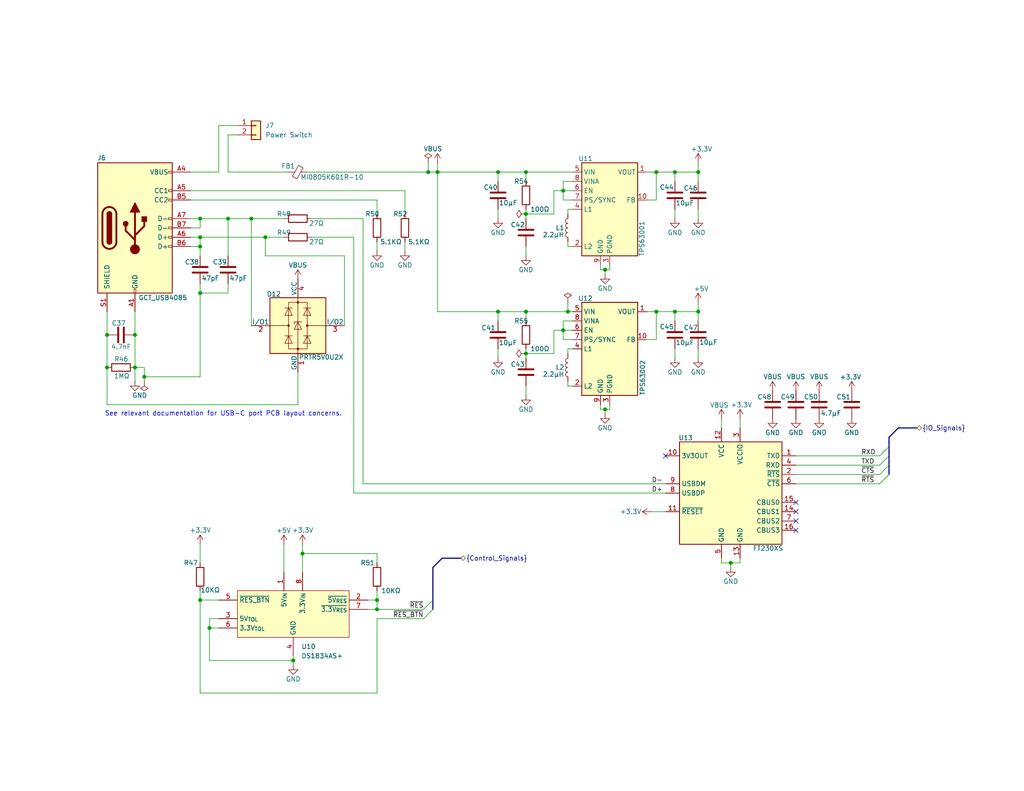
<source format=kicad_sch>
(kicad_sch (version 20231120) (generator "eeschema") (generator_version "8.0")
  (paper "USLetter")
  (lib_symbols
    (symbol "Connector:USB_C_Receptacle_USB2.0_14P" (pin_names (offset 1.016))
      (property "Reference" "J" (at 0 22.225 0))
      (property "Value" "USB_C_Receptacle_USB2.0_14P" (at 0 19.685 0))
      (symbol "USB_C_Receptacle_USB2.0_14P_0_0"
        (rectangle (start -0.254 -17.78) (end 0.254 -16.764))
        (rectangle (start 10.16 -4.826) (end 9.144 -5.334))
        (rectangle (start 10.16 -2.286) (end 9.144 -2.794))
        (rectangle (start 10.16 0.254) (end 9.144 -0.254))
        (rectangle (start 10.16 2.794) (end 9.144 2.286))
        (rectangle (start 10.16 7.874) (end 9.144 7.366))
        (rectangle (start 10.16 10.414) (end 9.144 9.906))
        (rectangle (start 10.16 15.494) (end 9.144 14.986))
      )
      (symbol "USB_C_Receptacle_USB2.0_14P_0_1"
        (rectangle (start -10.16 17.78) (end 10.16 -17.78) (stroke (width 0.254)) (fill (type background)))
        (arc (start -8.89 -3.81) (mid -6.985 -5.7067) (end -5.08 -3.81) (stroke (width 0.508)))
        (arc (start -7.62 -3.81) (mid -6.985 -4.4423) (end -6.35 -3.81) (stroke (width 0.254)))
        (arc (start -7.62 -3.81) (mid -6.985 -4.4423) (end -6.35 -3.81) (stroke (width 0.254)) (fill (type outline)))
        (rectangle (start -7.62 -3.81) (end -6.35 3.81) (stroke (width 0.254)) (fill (type outline)))
        (arc (start -6.35 3.81) (mid -6.985 4.4423) (end -7.62 3.81) (stroke (width 0.254)))
        (arc (start -6.35 3.81) (mid -6.985 4.4423) (end -7.62 3.81) (stroke (width 0.254)) (fill (type outline)))
        (arc (start -5.08 3.81) (mid -6.985 5.7067) (end -8.89 3.81) (stroke (width 0.508)))
        (circle (center -2.54 1.143) (radius 0.635) (stroke (width 0.254)) (fill (type outline)))
        (circle (center 0 -5.842) (radius 1.27) (fill (type outline)))
        (polyline (pts (xy -8.89 -3.81) (xy -8.89 3.81)) (stroke (width 0.508)))
        (polyline (pts (xy -5.08 3.81) (xy -5.08 -3.81)) (stroke (width 0.508)))
        (polyline (pts (xy 0 -5.842) (xy 0 4.318)) (stroke (width 0.508)))
        (polyline (pts (xy 0 -3.302) (xy -2.54 -0.762) (xy -2.54 0.508)) (stroke (width 0.508)))
        (polyline (pts (xy 0 -2.032) (xy 2.54 0.508) (xy 2.54 1.778)) (stroke (width 0.508)))
        (polyline (pts (xy -1.27 4.318) (xy 0 6.858) (xy 1.27 4.318) (xy -1.27 4.318)) (stroke (width 0.254)) (fill (type outline)))
        (rectangle (start 1.905 1.778) (end 3.175 3.048) (stroke (width 0.254)) (fill (type outline)))
      )
      (symbol "USB_C_Receptacle_USB2.0_14P_1_1"
        (pin passive line (at 0 -22.86 90) (length 5.08) (name "GND") (number "A1"))
        (pin passive line (at 0 -22.86 90) (length 5.08) hide (name "GND") (number "A12"))
        (pin passive line (at 15.24 15.24 180) (length 5.08) (name "VBUS") (number "A4"))
        (pin bidirectional line (at 15.24 10.16 180) (length 5.08) (name "CC1") (number "A5"))
        (pin bidirectional line (at 15.24 -2.54 180) (length 5.08) (name "D+") (number "A6"))
        (pin bidirectional line (at 15.24 2.54 180) (length 5.08) (name "D-") (number "A7"))
        (pin passive line (at 15.24 15.24 180) (length 5.08) hide (name "VBUS") (number "A9"))
        (pin passive line (at 0 -22.86 90) (length 5.08) hide (name "GND") (number "B1"))
        (pin passive line (at 0 -22.86 90) (length 5.08) hide (name "GND") (number "B12"))
        (pin passive line (at 15.24 15.24 180) (length 5.08) hide (name "VBUS") (number "B4"))
        (pin bidirectional line (at 15.24 7.62 180) (length 5.08) (name "CC2") (number "B5"))
        (pin bidirectional line (at 15.24 -5.08 180) (length 5.08) (name "D+") (number "B6"))
        (pin bidirectional line (at 15.24 0 180) (length 5.08) (name "D-") (number "B7"))
        (pin passive line (at 15.24 15.24 180) (length 5.08) hide (name "VBUS") (number "B9"))
        (pin passive line (at -7.62 -22.86 90) (length 5.08) (name "SHIELD") (number "S1"))
      )
    )
    (symbol "Connector_Generic:Conn_01x02" (pin_names (offset 1.016) hide)
      (property "Reference" "J" (at 0 2.54 0))
      (property "Value" "Conn_01x02" (at 0 -5.08 0))
      (symbol "Conn_01x02_1_1"
        (rectangle (start -1.27 -2.413) (end 0 -2.667) (stroke (width 0.1524)))
        (rectangle (start -1.27 0.127) (end 0 -0.127) (stroke (width 0.1524)))
        (rectangle (start -1.27 1.27) (end 1.27 -3.81) (stroke (width 0.254)) (fill (type background)))
        (pin passive line (at -5.08 0 0) (length 3.81) (name "Pin_1") (number "1"))
        (pin passive line (at -5.08 -2.54 0) (length 3.81) (name "Pin_2") (number "2"))
      )
    )
    (symbol "Device:C" (pin_numbers hide) (pin_names (offset 0.254))
      (property "Reference" "C" (at 0.635 2.54 0))
      (property "Value" "C" (at 0.635 -2.54 0))
      (symbol "C_0_1"
        (polyline (pts (xy -2.032 -0.762) (xy 2.032 -0.762)) (stroke (width 0.508)))
        (polyline (pts (xy -2.032 0.762) (xy 2.032 0.762)) (stroke (width 0.508)))
      )
      (symbol "C_1_1"
        (pin passive line (at 0 3.81 270) (length 2.794) (name "~") (number "1"))
        (pin passive line (at 0 -3.81 90) (length 2.794) (name "~") (number "2"))
      )
    )
    (symbol "Device:FerriteBead_Small" (pin_numbers hide) (pin_names (offset 0))
      (property "Reference" "FB" (at 1.905 1.27 0))
      (property "Value" "FerriteBead_Small" (at 1.905 -1.27 0))
      (symbol "FerriteBead_Small_0_1"
        (polyline (pts (xy 0 -1.27) (xy 0 -0.7874)))
        (polyline (pts (xy 0 0.889) (xy 0 1.2954)))
        (polyline (pts (xy -1.8288 0.2794) (xy -1.1176 1.4986) (xy 1.8288 -0.2032) (xy 1.1176 -1.4224) (xy -1.8288 0.2794)))
      )
      (symbol "FerriteBead_Small_1_1"
        (pin passive line (at 0 2.54 270) (length 1.27) (name "~") (number "1"))
        (pin passive line (at 0 -2.54 90) (length 1.27) (name "~") (number "2"))
      )
    )
    (symbol "Device:L" (pin_numbers hide) (pin_names (offset 1.016) hide)
      (property "Reference" "L" (at -1.27 0 90))
      (property "Value" "L" (at 1.905 0 90))
      (symbol "L_0_1"
        (arc (start 0 -2.54) (mid 0.6323 -1.905) (end 0 -1.27))
        (arc (start 0 -1.27) (mid 0.6323 -0.635) (end 0 0))
        (arc (start 0 0) (mid 0.6323 0.635) (end 0 1.27))
        (arc (start 0 1.27) (mid 0.6323 1.905) (end 0 2.54))
      )
      (symbol "L_1_1"
        (pin passive line (at 0 3.81 270) (length 1.27) (name "1") (number "1"))
        (pin passive line (at 0 -3.81 90) (length 1.27) (name "2") (number "2"))
      )
    )
    (symbol "Device:R" (pin_numbers hide) (pin_names (offset 0))
      (property "Reference" "R" (at 2.032 0 90))
      (property "Value" "R" (at 0 0 90))
      (symbol "R_0_1"
        (rectangle (start -1.016 -2.54) (end 1.016 2.54) (stroke (width 0.254)))
      )
      (symbol "R_1_1"
        (pin passive line (at 0 3.81 270) (length 1.27) (name "~") (number "1"))
        (pin passive line (at 0 -3.81 90) (length 1.27) (name "~") (number "2"))
      )
    )
    (symbol "Interface_USB:FT230XS"
      (property "Reference" "U" (at -13.97 15.24 0))
      (property "Value" "FT230XS" (at 7.62 15.24 0))
      (symbol "FT230XS_0_1"
        (rectangle (start -13.97 13.97) (end 13.97 -13.97) (stroke (width 0.254)) (fill (type background)))
      )
      (symbol "FT230XS_1_1"
        (pin output line (at 17.78 10.16 180) (length 3.81) (name "TXD") (number "1"))
        (pin power_out line (at -17.78 10.16 0) (length 3.81) (name "3V3OUT") (number "10"))
        (pin input line (at -17.78 -5.08 0) (length 3.81) (name "~{RESET}") (number "11"))
        (pin power_in line (at -2.54 17.78 270) (length 3.81) (name "VCC") (number "12"))
        (pin power_in line (at 2.54 -17.78 90) (length 3.81) (name "GND") (number "13"))
        (pin bidirectional line (at 17.78 -5.08 180) (length 3.81) (name "CBUS1") (number "14"))
        (pin bidirectional line (at 17.78 -2.54 180) (length 3.81) (name "CBUS0") (number "15"))
        (pin bidirectional line (at 17.78 -10.16 180) (length 3.81) (name "CBUS3") (number "16"))
        (pin output line (at 17.78 5.08 180) (length 3.81) (name "~{RTS}") (number "2"))
        (pin power_in line (at 2.54 17.78 270) (length 3.81) (name "VCCIO") (number "3"))
        (pin input line (at 17.78 7.62 180) (length 3.81) (name "RXD") (number "4"))
        (pin power_in line (at -2.54 -17.78 90) (length 3.81) (name "GND") (number "5"))
        (pin input line (at 17.78 2.54 180) (length 3.81) (name "~{CTS}") (number "6"))
        (pin bidirectional line (at 17.78 -7.62 180) (length 3.81) (name "CBUS2") (number "7"))
        (pin bidirectional line (at -17.78 0 0) (length 3.81) (name "USBDP") (number "8"))
        (pin bidirectional line (at -17.78 2.54 0) (length 3.81) (name "USBDM") (number "9"))
      )
    )
    (symbol "Power_Protection:PRTR5V0U2X" (pin_names (offset 0))
      (property "Reference" "D" (at 2.794 8.636 0))
      (property "Value" "PRTR5V0U2X" (at 8.128 -9.398 0))
      (symbol "PRTR5V0U2X_0_1"
        (rectangle (start -7.62 -7.62) (end 7.62 7.62) (stroke (width 0.254)) (fill (type background)))
        (circle (center -2.54 0) (radius 0.254) (fill (type outline)))
        (rectangle (start -2.54 6.35) (end 2.54 -6.35))
        (circle (center 0 -6.35) (radius 0.254) (fill (type outline)))
        (polyline (pts (xy -2.54 0) (xy -7.62 0)))
        (polyline (pts (xy -1.524 -2.794) (xy -3.556 -2.794)))
        (polyline (pts (xy -1.524 4.826) (xy -3.556 4.826)))
        (polyline (pts (xy 0 -7.62) (xy 0 7.62)))
        (polyline (pts (xy 1.524 -2.794) (xy 3.556 -2.794)))
        (polyline (pts (xy 1.524 4.826) (xy 3.556 4.826)))
        (polyline (pts (xy 2.54 0) (xy 7.62 0)))
        (polyline (pts (xy 1.016 1.016) (xy -1.016 1.016) (xy -1.016 0.508)))
        (polyline (pts (xy -3.556 -4.826) (xy -1.524 -4.826) (xy -2.54 -2.794) (xy -3.556 -4.826)))
        (polyline (pts (xy -3.556 2.794) (xy -1.524 2.794) (xy -2.54 4.826) (xy -3.556 2.794)))
        (polyline (pts (xy -1.016 -1.016) (xy 1.016 -1.016) (xy 0 1.016) (xy -1.016 -1.016)))
        (polyline (pts (xy 3.556 -4.826) (xy 1.524 -4.826) (xy 2.54 -2.794) (xy 3.556 -4.826)))
        (polyline (pts (xy 3.556 2.794) (xy 1.524 2.794) (xy 2.54 4.826) (xy 3.556 2.794)))
        (circle (center 0 6.35) (radius 0.254) (fill (type outline)))
        (circle (center 2.54 0) (radius 0.254) (fill (type outline)))
      )
      (symbol "PRTR5V0U2X_1_1"
        (pin passive line (at 0 -12.7 90) (length 5.08) (name "GND") (number "1"))
        (pin passive line (at -12.7 0 0) (length 5.08) (name "I/O1") (number "2"))
        (pin passive line (at 12.7 0 180) (length 5.08) (name "I/O2") (number "3"))
        (pin passive line (at 0 12.7 270) (length 5.08) (name "VCC") (number "4"))
      )
    )
    (symbol "Regulator_Switching:TPS63001"
      (property "Reference" "U" (at -7.62 13.97 0))
      (property "Value" "TPS63001" (at 5.08 13.97 0))
      (symbol "TPS63001_0_1"
        (rectangle (start -7.62 12.7) (end 7.62 -12.7) (stroke (width 0.254)) (fill (type background)))
      )
      (symbol "TPS63001_1_1"
        (pin power_out line (at 10.16 10.16 180) (length 2.54) (name "VOUT") (number "1"))
        (pin input line (at 10.16 2.54 180) (length 2.54) (name "FB") (number "10"))
        (pin passive line (at 0 -15.24 90) (length 2.54) hide (name "PGND") (number "11"))
        (pin input line (at -10.16 -10.16 0) (length 2.54) (name "L2") (number "2"))
        (pin power_in line (at 0 -15.24 90) (length 2.54) (name "PGND") (number "3"))
        (pin input line (at -10.16 0 0) (length 2.54) (name "L1") (number "4"))
        (pin power_in line (at -10.16 10.16 0) (length 2.54) (name "VIN") (number "5"))
        (pin input line (at -10.16 5.08 0) (length 2.54) (name "EN") (number "6"))
        (pin input line (at -10.16 2.54 0) (length 2.54) (name "PS/SYNC") (number "7"))
        (pin power_in line (at -10.16 7.62 0) (length 2.54) (name "VINA") (number "8"))
        (pin power_in line (at -2.54 -15.24 90) (length 2.54) (name "GND") (number "9"))
      )
    )
    (symbol "Regulator_Switching:TPS63002"
      (property "Reference" "U" (at -7.62 13.97 0))
      (property "Value" "TPS63002" (at 5.08 13.97 0))
      (symbol "TPS63002_0_1"
        (rectangle (start -7.62 12.7) (end 7.62 -12.7) (stroke (width 0.254)) (fill (type background)))
      )
      (symbol "TPS63002_1_1"
        (pin power_out line (at 10.16 10.16 180) (length 2.54) (name "VOUT") (number "1"))
        (pin input line (at 10.16 2.54 180) (length 2.54) (name "FB") (number "10"))
        (pin passive line (at 0 -15.24 90) (length 2.54) hide (name "PGND") (number "11"))
        (pin input line (at -10.16 -10.16 0) (length 2.54) (name "L2") (number "2"))
        (pin power_in line (at 0 -15.24 90) (length 2.54) (name "PGND") (number "3"))
        (pin input line (at -10.16 0 0) (length 2.54) (name "L1") (number "4"))
        (pin power_in line (at -10.16 10.16 0) (length 2.54) (name "VIN") (number "5"))
        (pin input line (at -10.16 5.08 0) (length 2.54) (name "EN") (number "6"))
        (pin input line (at -10.16 2.54 0) (length 2.54) (name "PS/SYNC") (number "7"))
        (pin power_in line (at -10.16 7.62 0) (length 2.54) (name "VINA") (number "8"))
        (pin power_in line (at -2.54 -15.24 90) (length 2.54) (name "GND") (number "9"))
      )
    )
    (symbol "Sentinel 65X - Prototype 4 V2:DS1834AS+"
      (property "Reference" "U" (at 0.6077 0.8319 0))
      (property "Value" "DS1834AS+" (at 0 0 0))
      (symbol "DS1834AS+_1_1"
        (rectangle (start 0 0) (end 30.48 -12.7) (fill (type background)))
        (pin power_in line (at 12.7 5.08 270) (length 5.08) (name "5V_{IN}") (number "1"))
        (pin output line (at 35.56 -2.54 180) (length 5.08) (name "~{5V_{RES}}") (number "2"))
        (pin input line (at -5.08 -7.62 0) (length 5.08) (name "5V_{TOL}") (number "3"))
        (pin power_in line (at 15.24 -17.78 90) (length 5.08) (name "GND") (number "4"))
        (pin input line (at -5.08 -2.54 0) (length 5.08) (name "~{RES_BTN}") (number "5"))
        (pin input line (at -5.08 -10.16 0) (length 5.08) (name "3.3V_{TOL}") (number "6"))
        (pin output line (at 35.56 -5.08 180) (length 5.08) (name "~{3.3V_{RES}}") (number "7"))
        (pin power_in line (at 17.78 5.08 270) (length 5.08) (name "3.3V_{IN}") (number "8"))
      )
    )
    (symbol "power:+3.3V" (power) (pin_numbers hide) (pin_names (offset 0) hide)
      (property "Value" "+3.3V" (at 0 3.556 0))
      (symbol "+3.3V_0_1"
        (polyline (pts (xy -0.762 1.27) (xy 0 2.54)))
        (polyline (pts (xy 0 0) (xy 0 2.54)))
        (polyline (pts (xy 0 2.54) (xy 0.762 1.27)))
      )
      (symbol "+3.3V_1_1"
        (pin power_in line (at 0 0 90) (length 0) (name "~") (number "1"))
      )
    )
    (symbol "power:+5V" (power) (pin_numbers hide) (pin_names (offset 0) hide)
      (property "Value" "+5V" (at 0 3.556 0))
      (symbol "+5V_0_1"
        (polyline (pts (xy -0.762 1.27) (xy 0 2.54)))
        (polyline (pts (xy 0 0) (xy 0 2.54)))
        (polyline (pts (xy 0 2.54) (xy 0.762 1.27)))
      )
      (symbol "+5V_1_1"
        (pin power_in line (at 0 0 90) (length 0) (name "~") (number "1"))
      )
    )
    (symbol "power:GND" (power) (pin_numbers hide) (pin_names (offset 0) hide)
      (property "Value" "GND" (at 0 -3.81 0))
      (symbol "GND_0_1"
        (polyline (pts (xy 0 0) (xy 0 -1.27) (xy 1.27 -1.27) (xy 0 -2.54) (xy -1.27 -1.27) (xy 0 -1.27)))
      )
      (symbol "GND_1_1"
        (pin power_in line (at 0 0 270) (length 0) (name "~") (number "1"))
      )
    )
    (symbol "power:PWR_FLAG" (power) (pin_numbers hide) (pin_names (offset 0) hide)
      (property "Value" "PWR_FLAG" (at 0 3.81 0))
      (symbol "PWR_FLAG_0_0"
        (pin power_out line (at 0 0 90) (length 0) (name "~") (number "1"))
      )
      (symbol "PWR_FLAG_0_1"
        (polyline (pts (xy 0 0) (xy 0 1.27) (xy -1.016 1.905) (xy 0 2.54) (xy 1.016 1.905) (xy 0 1.27)))
      )
    )
    (symbol "power:VBUS" (power) (pin_numbers hide) (pin_names (offset 0) hide)
      (property "Value" "VBUS" (at 0 3.556 0))
      (symbol "VBUS_0_1"
        (polyline (pts (xy -0.762 1.27) (xy 0 2.54)))
        (polyline (pts (xy 0 0) (xy 0 2.54)))
        (polyline (pts (xy 0 2.54) (xy 0.762 1.27)))
      )
      (symbol "VBUS_1_1"
        (pin power_in line (at 0 0 90) (length 0) (name "~") (number "1"))
      )
    )
  )
  (junction (at 57.15 171.45))
  (junction (at 184.15 46.99))
  (junction (at 154.94 85.09))
  (junction (at 184.15 85.09))
  (junction (at 54.61 80.01))
  (junction (at 36.83 91.44))
  (junction (at 102.87 166.37))
  (junction (at 36.83 100.33))
  (junction (at 179.07 85.09))
  (junction (at 165.1 111.76))
  (junction (at 68.58 59.69))
  (junction (at 135.89 85.09))
  (junction (at 82.55 151.13))
  (junction (at 72.39 64.77))
  (junction (at 165.1 73.66))
  (junction (at 143.51 85.09))
  (junction (at 102.87 163.83))
  (junction (at 153.67 52.07))
  (junction (at 190.5 85.09))
  (junction (at 29.21 100.33))
  (junction (at 29.21 91.44))
  (junction (at 135.89 46.99))
  (junction (at 80.01 180.34))
  (junction (at 143.51 58.42))
  (junction (at 153.67 90.17))
  (junction (at 54.61 64.77))
  (junction (at 199.39 153.67))
  (junction (at 54.61 59.69))
  (junction (at 54.61 67.31))
  (junction (at 54.61 163.83))
  (junction (at 143.51 96.52))
  (junction (at 143.51 46.99))
  (junction (at 62.23 59.69))
  (junction (at 39.37 102.87))
  (junction (at 179.07 46.99))
  (junction (at 116.84 46.99))
  (junction (at 119.38 46.99))
  (junction (at 190.5 46.99))
  (no_connect (at 217.17 142.24))
  (no_connect (at 217.17 144.78))
  (no_connect (at 217.17 137.16))
  (no_connect (at 217.17 139.7))
  (no_connect (at 181.61 124.46))
  (bus_entry (at 242.57 121.92) (size -2.54 2.54))
  (bus_entry (at 242.57 124.46) (size -2.54 2.54))
  (bus_entry (at 118.11 163.83) (size -2.54 2.54))
  (bus_entry (at 118.11 166.37) (size -2.54 2.54))
  (bus_entry (at 242.57 127) (size -2.54 2.54))
  (bus_entry (at 242.57 129.54) (size -2.54 2.54))
  (wire (pts (xy 59.69 34.29) (xy 64.77 34.29)))
  (bus (pts (xy 118.11 163.83) (xy 118.11 166.37)))
  (wire (pts (xy 102.87 54.61) (xy 102.87 58.42)))
  (wire (pts (xy 62.23 77.47) (xy 62.23 80.01)))
  (wire (pts (xy 143.51 95.25) (xy 143.51 96.52)))
  (wire (pts (xy 143.51 57.15) (xy 143.51 58.42)))
  (wire (pts (xy 184.15 46.99) (xy 184.15 49.53)))
  (wire (pts (xy 143.51 46.99) (xy 143.51 49.53)))
  (wire (pts (xy 176.53 54.61) (xy 179.07 54.61)))
  (wire (pts (xy 62.23 36.83) (xy 64.77 36.83)))
  (wire (pts (xy 68.58 59.69) (xy 68.58 88.9)))
  (wire (pts (xy 153.67 49.53) (xy 156.21 49.53)))
  (bus (pts (xy 242.57 119.38) (xy 242.57 121.92)))
  (wire (pts (xy 54.61 59.69) (xy 54.61 62.23)))
  (wire (pts (xy 201.93 114.3) (xy 201.93 116.84)))
  (wire (pts (xy 93.98 69.85) (xy 93.98 88.9)))
  (wire (pts (xy 54.61 59.69) (xy 52.07 59.69)))
  (wire (pts (xy 29.21 91.44) (xy 29.21 100.33)))
  (wire (pts (xy 77.47 148.59) (xy 77.47 156.21)))
  (wire (pts (xy 99.06 59.69) (xy 99.06 132.08)))
  (wire (pts (xy 154.94 57.15) (xy 154.94 58.42)))
  (wire (pts (xy 102.87 168.91) (xy 102.87 189.23)))
  (wire (pts (xy 196.85 153.67) (xy 199.39 153.67)))
  (wire (pts (xy 153.67 87.63) (xy 156.21 87.63)))
  (wire (pts (xy 163.83 111.76) (xy 165.1 111.76)))
  (wire (pts (xy 57.15 171.45) (xy 57.15 180.34)))
  (wire (pts (xy 154.94 95.25) (xy 156.21 95.25)))
  (wire (pts (xy 199.39 153.67) (xy 201.93 153.67)))
  (wire (pts (xy 119.38 46.99) (xy 119.38 85.09)))
  (wire (pts (xy 54.61 148.59) (xy 54.61 153.67)))
  (wire (pts (xy 154.94 95.25) (xy 154.94 96.52)))
  (wire (pts (xy 196.85 114.3) (xy 196.85 116.84)))
  (wire (pts (xy 151.13 52.07) (xy 151.13 58.42)))
  (wire (pts (xy 62.23 36.83) (xy 62.23 46.99)))
  (bus (pts (xy 120.65 152.4) (xy 118.11 154.94)))
  (wire (pts (xy 151.13 90.17) (xy 151.13 96.52)))
  (wire (pts (xy 143.51 96.52) (xy 151.13 96.52)))
  (wire (pts (xy 82.55 151.13) (xy 82.55 156.21)))
  (wire (pts (xy 96.52 64.77) (xy 96.52 134.62)))
  (wire (pts (xy 52.07 52.07) (xy 110.49 52.07)))
  (wire (pts (xy 85.09 64.77) (xy 96.52 64.77)))
  (wire (pts (xy 80.01 179.07) (xy 80.01 180.34)))
  (wire (pts (xy 57.15 168.91) (xy 57.15 171.45)))
  (wire (pts (xy 57.15 171.45) (xy 59.69 171.45)))
  (wire (pts (xy 217.17 124.46) (xy 240.03 124.46)))
  (wire (pts (xy 153.67 54.61) (xy 156.21 54.61)))
  (wire (pts (xy 36.83 100.33) (xy 39.37 100.33)))
  (wire (pts (xy 179.07 46.99) (xy 179.07 54.61)))
  (wire (pts (xy 54.61 77.47) (xy 54.61 80.01)))
  (wire (pts (xy 190.5 46.99) (xy 190.5 49.53)))
  (wire (pts (xy 52.07 64.77) (xy 54.61 64.77)))
  (wire (pts (xy 54.61 59.69) (xy 62.23 59.69)))
  (wire (pts (xy 62.23 46.99) (xy 78.74 46.99)))
  (wire (pts (xy 143.51 58.42) (xy 151.13 58.42)))
  (wire (pts (xy 165.1 111.76) (xy 166.37 111.76)))
  (wire (pts (xy 39.37 102.87) (xy 39.37 104.14)))
  (wire (pts (xy 39.37 100.33) (xy 39.37 102.87)))
  (wire (pts (xy 72.39 69.85) (xy 93.98 69.85)))
  (wire (pts (xy 154.94 104.14) (xy 154.94 105.41)))
  (wire (pts (xy 119.38 44.45) (xy 119.38 46.99)))
  (bus (pts (xy 118.11 154.94) (xy 118.11 163.83)))
  (wire (pts (xy 196.85 152.4) (xy 196.85 153.67)))
  (wire (pts (xy 165.1 73.66) (xy 165.1 74.93)))
  (bus (pts (xy 242.57 121.92) (xy 242.57 124.46)))
  (wire (pts (xy 54.61 67.31) (xy 54.61 69.85)))
  (wire (pts (xy 29.21 85.09) (xy 29.21 91.44)))
  (wire (pts (xy 184.15 85.09) (xy 184.15 87.63)))
  (wire (pts (xy 163.83 110.49) (xy 163.83 111.76)))
  (wire (pts (xy 82.55 151.13) (xy 102.87 151.13)))
  (wire (pts (xy 184.15 97.79) (xy 184.15 95.25)))
  (wire (pts (xy 153.67 52.07) (xy 153.67 54.61)))
  (wire (pts (xy 102.87 151.13) (xy 102.87 153.67)))
  (wire (pts (xy 52.07 46.99) (xy 59.69 46.99)))
  (wire (pts (xy 199.39 154.94) (xy 199.39 153.67)))
  (wire (pts (xy 68.58 59.69) (xy 77.47 59.69)))
  (wire (pts (xy 190.5 85.09) (xy 190.5 82.55)))
  (bus (pts (xy 120.65 152.4) (xy 125.73 152.4)))
  (wire (pts (xy 85.09 59.69) (xy 99.06 59.69)))
  (wire (pts (xy 116.84 46.99) (xy 119.38 46.99)))
  (wire (pts (xy 102.87 66.04) (xy 102.87 68.58)))
  (bus (pts (xy 242.57 127) (xy 242.57 129.54)))
  (wire (pts (xy 59.69 34.29) (xy 59.69 46.99)))
  (wire (pts (xy 153.67 92.71) (xy 156.21 92.71)))
  (wire (pts (xy 135.89 97.79) (xy 135.89 95.25)))
  (wire (pts (xy 72.39 64.77) (xy 72.39 69.85)))
  (wire (pts (xy 29.21 100.33) (xy 29.21 110.49)))
  (wire (pts (xy 36.83 85.09) (xy 36.83 91.44)))
  (wire (pts (xy 165.1 73.66) (xy 166.37 73.66)))
  (wire (pts (xy 143.51 85.09) (xy 143.51 87.63)))
  (wire (pts (xy 36.83 100.33) (xy 36.83 104.14)))
  (wire (pts (xy 184.15 85.09) (xy 190.5 85.09)))
  (wire (pts (xy 54.61 80.01) (xy 62.23 80.01)))
  (wire (pts (xy 80.01 180.34) (xy 80.01 181.61)))
  (wire (pts (xy 154.94 66.04) (xy 154.94 67.31)))
  (bus (pts (xy 242.57 124.46) (xy 242.57 127)))
  (wire (pts (xy 166.37 72.39) (xy 166.37 73.66)))
  (wire (pts (xy 179.07 85.09) (xy 184.15 85.09)))
  (wire (pts (xy 154.94 85.09) (xy 156.21 85.09)))
  (wire (pts (xy 83.82 46.99) (xy 116.84 46.99)))
  (wire (pts (xy 217.17 127) (xy 240.03 127)))
  (wire (pts (xy 190.5 59.69) (xy 190.5 57.15)))
  (wire (pts (xy 153.67 87.63) (xy 153.67 90.17)))
  (wire (pts (xy 201.93 152.4) (xy 201.93 153.67)))
  (wire (pts (xy 135.89 46.99) (xy 143.51 46.99)))
  (wire (pts (xy 62.23 59.69) (xy 68.58 59.69)))
  (wire (pts (xy 100.33 163.83) (xy 102.87 163.83)))
  (wire (pts (xy 143.51 85.09) (xy 154.94 85.09)))
  (wire (pts (xy 82.55 148.59) (xy 82.55 151.13)))
  (wire (pts (xy 153.67 49.53) (xy 153.67 52.07)))
  (wire (pts (xy 54.61 64.77) (xy 54.61 67.31)))
  (wire (pts (xy 163.83 73.66) (xy 165.1 73.66)))
  (wire (pts (xy 143.51 107.95) (xy 143.51 105.41)))
  (wire (pts (xy 179.07 46.99) (xy 184.15 46.99)))
  (wire (pts (xy 119.38 46.99) (xy 135.89 46.99)))
  (wire (pts (xy 143.51 46.99) (xy 156.21 46.99)))
  (wire (pts (xy 151.13 90.17) (xy 153.67 90.17)))
  (wire (pts (xy 135.89 46.99) (xy 135.89 49.53)))
  (bus (pts (xy 250.19 116.84) (xy 245.11 116.84)))
  (wire (pts (xy 135.89 85.09) (xy 135.89 87.63)))
  (wire (pts (xy 99.06 132.08) (xy 181.61 132.08)))
  (wire (pts (xy 179.07 85.09) (xy 179.07 92.71)))
  (wire (pts (xy 151.13 52.07) (xy 153.67 52.07)))
  (wire (pts (xy 176.53 85.09) (xy 179.07 85.09)))
  (wire (pts (xy 153.67 52.07) (xy 156.21 52.07)))
  (wire (pts (xy 102.87 163.83) (xy 102.87 166.37)))
  (wire (pts (xy 96.52 134.62) (xy 181.61 134.62)))
  (wire (pts (xy 143.51 58.42) (xy 143.51 59.69)))
  (wire (pts (xy 153.67 90.17) (xy 153.67 92.71)))
  (wire (pts (xy 154.94 67.31) (xy 156.21 67.31)))
  (wire (pts (xy 176.53 46.99) (xy 179.07 46.99)))
  (wire (pts (xy 154.94 82.55) (xy 154.94 85.09)))
  (wire (pts (xy 54.61 189.23) (xy 102.87 189.23)))
  (wire (pts (xy 54.61 163.83) (xy 59.69 163.83)))
  (wire (pts (xy 166.37 110.49) (xy 166.37 111.76)))
  (wire (pts (xy 143.51 69.85) (xy 143.51 67.31)))
  (wire (pts (xy 57.15 168.91) (xy 59.69 168.91)))
  (wire (pts (xy 135.89 85.09) (xy 143.51 85.09)))
  (wire (pts (xy 102.87 166.37) (xy 115.57 166.37)))
  (wire (pts (xy 190.5 97.79) (xy 190.5 95.25)))
  (wire (pts (xy 102.87 161.29) (xy 102.87 163.83)))
  (wire (pts (xy 100.33 166.37) (xy 102.87 166.37)))
  (wire (pts (xy 135.89 59.69) (xy 135.89 57.15)))
  (bus (pts (xy 245.11 116.84) (xy 242.57 119.38)))
  (wire (pts (xy 153.67 90.17) (xy 156.21 90.17)))
  (wire (pts (xy 154.94 57.15) (xy 156.21 57.15)))
  (wire (pts (xy 54.61 163.83) (xy 54.61 189.23)))
  (wire (pts (xy 165.1 111.76) (xy 165.1 113.03)))
  (wire (pts (xy 54.61 161.29) (xy 54.61 163.83)))
  (wire (pts (xy 39.37 102.87) (xy 54.61 102.87)))
  (wire (pts (xy 102.87 168.91) (xy 115.57 168.91)))
  (wire (pts (xy 163.83 72.39) (xy 163.83 73.66)))
  (wire (pts (xy 110.49 52.07) (xy 110.49 58.42)))
  (wire (pts (xy 54.61 80.01) (xy 54.61 102.87)))
  (wire (pts (xy 190.5 85.09) (xy 190.5 87.63)))
  (wire (pts (xy 57.15 180.34) (xy 80.01 180.34)))
  (wire (pts (xy 143.51 96.52) (xy 143.51 97.79)))
  (wire (pts (xy 29.21 110.49) (xy 81.28 110.49)))
  (wire (pts (xy 154.94 105.41) (xy 156.21 105.41)))
  (wire (pts (xy 52.07 54.61) (xy 102.87 54.61)))
  (wire (pts (xy 177.8 139.7) (xy 181.61 139.7)))
  (wire (pts (xy 116.84 44.45) (xy 116.84 46.99)))
  (wire (pts (xy 36.83 91.44) (xy 36.83 100.33)))
  (wire (pts (xy 54.61 64.77) (xy 72.39 64.77)))
  (wire (pts (xy 217.17 132.08) (xy 240.03 132.08)))
  (wire (pts (xy 52.07 62.23) (xy 54.61 62.23)))
  (wire (pts (xy 119.38 85.09) (xy 135.89 85.09)))
  (wire (pts (xy 110.49 66.04) (xy 110.49 68.58)))
  (wire (pts (xy 81.28 101.6) (xy 81.28 110.49)))
  (wire (pts (xy 217.17 129.54) (xy 240.03 129.54)))
  (wire (pts (xy 72.39 64.77) (xy 77.47 64.77)))
  (wire (pts (xy 176.53 92.71) (xy 179.07 92.71)))
  (wire (pts (xy 190.5 44.45) (xy 190.5 46.99)))
  (wire (pts (xy 184.15 59.69) (xy 184.15 57.15)))
  (wire (pts (xy 52.07 67.31) (xy 54.61 67.31)))
  (wire (pts (xy 184.15 46.99) (xy 190.5 46.99)))
  (wire (pts (xy 62.23 59.69) (xy 62.23 69.85)))
  (text "See relevant documentation for USB-C port PCB layout concerns." (at 60.96 113.03 0) (effects (font (size 1.27 1.27))))
  (label "D+" (at 177.8 134.62 0))
  (label "~{CTS}" (at 234.95 129.54 0))
  (label "RXD" (at 234.95 124.46 0))
  (label "D-" (at 177.8 132.08 0))
  (label "TXD" (at 234.95 127 0))
  (label "~{RES}" (at 111.76 166.37 0))
  (label "~{RTS}" (at 234.95 132.08 0))
  (label "~{RES_BTN}" (at 115.57 168.91 180))
  (hierarchical_label "{Control_Signals}" (shape bidirectional) (at 125.73 152.4 0))
  (hierarchical_label "{IO_Signals}" (shape bidirectional) (at 250.19 116.84 0))
  (symbol (lib_id "Device:C") (at 143.51 63.5 0) (unit 1)
    (property "Reference" "C42" (at 139.314 61.3848 0) (effects (justify left)))
    (property "Value" "CL05A106MQ5NUNC" (effects (hide yes)))
    (property "Footprint" "Capacitor_SMD:C_0402_1005Metric" (effects (hide yes)))
    (property "Description" "Unpolarized capacitor" (effects (hide yes)))
  )
  (symbol (lib_id "Device:R") (at 110.49 62.23 180) (unit 1)
    (property "Reference" "R52" (at 109.22 58.42 0))
    (property "Value" "5.1KΩ" (at 114.3 66.04 0))
    (property "Footprint" "Resistor_SMD:R_0402_1005Metric" (effects (hide yes)))
    (property "Description" "Resistor" (effects (hide yes)))
  )
  (symbol (lib_id "power:+3.3V") (at 190.5 44.45 0) (unit 1)
    (property "Reference" "#PWR0147" (effects (hide yes)))
    (property "Value" "+3.3V" (at 191.4337 40.7004 0))
    (property "Description" "Power symbol creates a global label with name \"+3.3V\"" (effects (hide yes)))
  )
  (symbol (lib_id "power:GND") (at 199.39 154.94 0) (unit 1)
    (property "Reference" "#PWR0152" (effects (hide yes)))
    (property "Value" "GND" (at 199.39 158.75 0))
    (property "Description" "Power symbol creates a global label with name \"GND\" , ground" (effects (hide yes)))
  )
  (symbol (lib_id "power:VBUS") (at 81.28 76.2 0) (unit 1)
    (property "Reference" "#PWR0133" (effects (hide yes)))
    (property "Value" "VBUS" (at 81.28 72.39 0))
    (property "Description" "Power symbol creates a global label with name \"VBUS\"" (effects (hide yes)))
  )
  (symbol (lib_id "power:GND") (at 80.01 181.61 0) (unit 1)
    (property "Reference" "#PWR0132" (effects (hide yes)))
    (property "Value" "GND" (at 80.01 185.42 0))
    (property "Description" "Power symbol creates a global label with name \"GND\" , ground" (effects (hide yes)))
  )
  (symbol (lib_id "power:GND") (at 190.5 97.79 0) (unit 1)
    (property "Reference" "#PWR0150" (effects (hide yes)))
    (property "Value" "GND" (at 190.5 101.6 0))
    (property "Description" "Power symbol creates a global label with name \"GND\" , ground" (effects (hide yes)))
  )
  (symbol (lib_id "Device:R") (at 143.51 91.44 180) (unit 1)
    (property "Reference" "R55" (at 142.24 87.63 0))
    (property "Value" "100Ω" (at 147.32 95.25 0))
    (property "Footprint" "Resistor_SMD:R_0402_1005Metric" (effects (hide yes)))
    (property "Description" "Resistor" (effects (hide yes)))
  )
  (symbol (lib_id "power:PWR_FLAG") (at 39.37 104.14 180) (unit 1)
    (property "Reference" "#FLG03" (effects (hide yes)))
    (property "Value" "PWR_FLAG" (effects (hide yes)))
    (property "Description" "Special symbol for telling ERC where power comes from" (effects (hide yes)))
  )
  (symbol (lib_id "power:PWR_FLAG") (at 143.51 58.42 90) (unit 1)
    (property "Reference" "#FLG05" (effects (hide yes)))
    (property "Value" "PWR_FLAG" (effects (hide yes)))
    (property "Description" "Special symbol for telling ERC where power comes from" (effects (hide yes)))
  )
  (symbol (lib_id "Regulator_Switching:TPS63002") (at 166.37 95.25 0) (unit 1)
    (property "Reference" "U12" (at 159.7328 81.4764 0))
    (property "Value" "TPS63002" (at 175.3415 103.1174 90))
    (property "Footprint" "Package_SON:Texas_DRC0010J_ThermalVias" (effects (hide yes)))
    (property "Datasheet" "http://www.ti.com/lit/ds/symlink/tps63000.pdf" (effects (hide yes)))
    (property "Description" "Buck-Boost Converter, 1.8-5.5V Input Voltage, 1.7A Switch Current, 5V Output Voltage, VSON-10" (effects (hide yes)))
  )
  (symbol (lib_id "power:VBUS") (at 217.17 106.68 0) (unit 1)
    (property "Reference" "#PWR0156" (effects (hide yes)))
    (property "Value" "VBUS" (at 217.17 102.87 0))
    (property "Description" "Power symbol creates a global label with name \"VBUS\"" (effects (hide yes)))
  )
  (symbol (lib_id "Device:R") (at 81.28 59.69 90) (unit 1)
    (property "Reference" "R48" (at 77.47 58.42 90))
    (property "Value" "27Ω" (at 86.36 60.96 90))
    (property "Footprint" "Resistor_SMD:R_0402_1005Metric" (effects (hide yes)))
    (property "Description" "Resistor" (effects (hide yes)))
  )
  (symbol (lib_id "Connector:USB_C_Receptacle_USB2.0_14P") (at 36.83 62.23 0) (unit 1)
    (property "Reference" "J6" (at 27.7388 43.0967 0))
    (property "Value" "GCT_USB4085" (at 44.45 81.28 0))
    (property "Footprint" "Connector_USB:USB_C_Receptacle_GCT_USB4085" (effects (hide yes)))
    (property "Datasheet" "https://www.usb.org/sites/default/files/documents/usb_type-c.zip" (effects (hide yes)))
    (property "Description" "USB 2.0-only 14P Type-C Receptacle connector" (effects (hide yes)))
  )
  (symbol (lib_id "Device:R") (at 102.87 157.48 180) (unit 1)
    (property "Reference" "R51" (at 100.33 153.67 0))
    (property "Value" "10KΩ" (at 106.68 161.29 0))
    (property "Footprint" "Resistor_SMD:R_0402_1005Metric" (effects (hide yes)))
    (property "Description" "Resistor" (effects (hide yes)))
  )
  (symbol (lib_id "power:GND") (at 184.15 97.79 0) (unit 1)
    (property "Reference" "#PWR0146" (effects (hide yes)))
    (property "Value" "GND" (at 184.15 101.6 0))
    (property "Description" "Power symbol creates a global label with name \"GND\" , ground" (effects (hide yes)))
  )
  (symbol (lib_id "Device:C") (at 135.89 91.44 180) (unit 1)
    (property "Reference" "C41" (at 135.2373 89.5058 0) (effects (justify left)))
    (property "Value" "10µF" (at 141.1246 93.5577 0) (effects (justify left)))
    (property "Footprint" "Capacitor_SMD:C_0402_1005Metric" (effects (hide yes)))
    (property "Description" "Unpolarized capacitor" (effects (hide yes)))
  )
  (symbol (lib_id "Device:C") (at 190.5 91.44 180) (unit 1)
    (property "Reference" "C47" (at 190.4406 89.4581 0) (effects (justify left)))
    (property "Value" "10µF" (at 195.8293 93.4401 0) (effects (justify left)))
    (property "Footprint" "Capacitor_SMD:C_0402_1005Metric" (effects (hide yes)))
    (property "Description" "Unpolarized capacitor" (effects (hide yes)))
  )
  (symbol (lib_id "Device:C") (at 54.61 73.66 0) (unit 1)
    (property "Reference" "C38" (at 50.414 71.5448 0) (effects (justify left)))
    (property "Value" "47pF" (at 54.9794 75.9823 0) (effects (justify left)))
    (property "Footprint" "Capacitor_SMD:C_0402_1005Metric" (effects (hide yes)))
    (property "Description" "Unpolarized capacitor" (effects (hide yes)))
  )
  (symbol (lib_id "power:PWR_FLAG") (at 116.84 44.45 0) (unit 1)
    (property "Reference" "#FLG04" (effects (hide yes)))
    (property "Value" "PWR_FLAG" (effects (hide yes)))
    (property "Description" "Special symbol for telling ERC where power comes from" (effects (hide yes)))
  )
  (symbol (lib_id "Device:C") (at 135.89 53.34 180) (unit 1)
    (property "Reference" "C40" (at 135.8276 51.1607 0) (effects (justify left)))
    (property "Value" "10µF" (at 141.1879 55.3781 0) (effects (justify left)))
    (property "Footprint" "Capacitor_SMD:C_0402_1005Metric" (effects (hide yes)))
    (property "Description" "Unpolarized capacitor" (effects (hide yes)))
  )
  (symbol (lib_id "power:+5V") (at 77.47 148.59 0) (unit 1)
    (property "Reference" "#PWR0131" (effects (hide yes)))
    (property "Value" "+5V" (at 77.3719 144.8307 0))
    (property "Description" "Power symbol creates a global label with name \"+5V\"" (effects (hide yes)))
  )
  (symbol (lib_id "power:+5V") (at 190.5 82.55 0) (unit 1)
    (property "Reference" "#PWR0149" (effects (hide yes)))
    (property "Value" "+5V" (at 191.3244 78.8428 0))
    (property "Description" "Power symbol creates a global label with name \"+5V\"" (effects (hide yes)))
  )
  (symbol (lib_id "power:GND") (at 135.89 97.79 0) (unit 1)
    (property "Reference" "#PWR0139" (effects (hide yes)))
    (property "Value" "GND" (at 135.89 101.6 0))
    (property "Description" "Power symbol creates a global label with name \"GND\" , ground" (effects (hide yes)))
  )
  (symbol (lib_id "power:GND") (at 36.83 104.14 0) (unit 1)
    (property "Reference" "#PWR0129" (effects (hide yes)))
    (property "Value" "GND" (at 38.1 107.95 0))
    (property "Description" "Power symbol creates a global label with name \"GND\" , ground" (effects (hide yes)))
  )
  (symbol (lib_id "Device:R") (at 143.51 53.34 180) (unit 1)
    (property "Reference" "R54" (at 142.24 49.53 0))
    (property "Value" "100Ω" (at 147.32 57.15 0))
    (property "Footprint" "Resistor_SMD:R_0402_1005Metric" (effects (hide yes)))
    (property "Description" "Resistor" (effects (hide yes)))
  )
  (symbol (lib_id "power:GND") (at 210.82 114.3 0) (unit 1)
    (property "Reference" "#PWR0155" (effects (hide yes)))
    (property "Value" "GND" (at 210.82 118.11 0))
    (property "Description" "Power symbol creates a global label with name \"GND\" , ground" (effects (hide yes)))
  )
  (symbol (lib_id "power:GND") (at 232.41 114.3 0) (unit 1)
    (property "Reference" "#PWR0161" (effects (hide yes)))
    (property "Value" "GND" (at 232.41 118.11 0))
    (property "Description" "Power symbol creates a global label with name \"GND\" , ground" (effects (hide yes)))
  )
  (symbol (lib_id "power:GND") (at 217.17 114.3 0) (unit 1)
    (property "Reference" "#PWR0157" (effects (hide yes)))
    (property "Value" "GND" (at 217.17 118.11 0))
    (property "Description" "Power symbol creates a global label with name \"GND\" , ground" (effects (hide yes)))
  )
  (symbol (lib_id "Sentinel 65X - Prototype 4 V2:DS1834AS+") (at 64.77 161.29 0) (unit 1)
    (property "Reference" "U10" (at 82.2041 176.53 0) (effects (justify left)))
    (property "Value" "DS1834AS+" (at 82.2041 179.07 0) (effects (justify left)))
    (property "Footprint" "Package_SO:SOIC-8_3.9x4.9mm_P1.27mm" (effects (hide yes)))
    (property "Datasheet" "https://www.mouser.ca/datasheet/2/609/DS1834_DS1834D-3122730.pdf" (effects (hide yes)))
  )
  (symbol (lib_id "power:GND") (at 165.1 113.03 0) (unit 1)
    (property "Reference" "#PWR0143" (effects (hide yes)))
    (property "Value" "GND" (at 165.1 116.84 0))
    (property "Description" "Power symbol creates a global label with name \"GND\" , ground" (effects (hide yes)))
  )
  (symbol (lib_id "power:+3.3V") (at 232.41 106.68 0) (unit 1)
    (property "Reference" "#PWR0160" (effects (hide yes)))
    (property "Value" "+3.3V" (at 232.0737 102.9304 0))
    (property "Description" "Power symbol creates a global label with name \"+3.3V\"" (effects (hide yes)))
  )
  (symbol (lib_id "power:+3.3V") (at 201.93 114.3 0) (unit 1)
    (property "Reference" "#PWR0153" (effects (hide yes)))
    (property "Value" "+3.3V" (at 202.2822 110.5356 0))
    (property "Description" "Power symbol creates a global label with name \"+3.3V\"" (effects (hide yes)))
  )
  (symbol (lib_id "Connector_Generic:Conn_01x02") (at 69.85 34.29 0) (unit 1)
    (property "Reference" "J7" (at 72.39 34.2899 0) (effects (justify left)))
    (property "Value" "Power Switch" (at 72.39 36.8299 0) (effects (justify left)))
    (property "Footprint" "Connector_PinHeader_2.54mm:PinHeader_1x02_P2.54mm_Vertical" (effects (hide yes)))
    (property "Description" "Generic connector, single row, 01x02, script generated (kicad-library-utils/schlib/autogen/connector/)" (effects (hide yes)))
  )
  (symbol (lib_id "Device:FerriteBead_Small") (at 81.28 46.99 90) (unit 1)
    (property "Reference" "FB1" (at 80.551 45.3339 90) (effects (justify left)))
    (property "Value" "MI0805K601R-10" (at 99.2545 48.3745 90) (effects (justify left)))
    (property "Footprint" "Inductor_SMD:L_0805_2012Metric" (effects (hide yes)))
    (property "Description" "Ferrite bead, small symbol" (effects (hide yes)))
  )
  (symbol (lib_id "power:GND") (at 135.89 59.69 0) (unit 1)
    (property "Reference" "#PWR0138" (effects (hide yes)))
    (property "Value" "GND" (at 135.89 63.5 0))
    (property "Description" "Power symbol creates a global label with name \"GND\" , ground" (effects (hide yes)))
  )
  (symbol (lib_id "Power_Protection:PRTR5V0U2X") (at 81.28 88.9 0) (unit 1)
    (property "Reference" "D12" (at 74.7226 80.2951 0))
    (property "Value" "PRTR5V0U2X" (at 87.63 97.5044 0))
    (property "Footprint" "Package_TO_SOT_SMD:SOT-143" (effects (hide yes)))
    (property "Datasheet" "https://assets.nexperia.com/documents/data-sheet/PRTR5V0U2X.pdf" (effects (hide yes)))
    (property "Description" "Ultra low capacitance double rail-to-rail ESD protection diode, SOT-143" (effects (hide yes)))
  )
  (symbol (lib_id "power:+3.3V") (at 82.55 148.59 0) (unit 1)
    (property "Reference" "#PWR0134" (effects (hide yes)))
    (property "Value" "+3.3V" (at 82.5894 144.7537 0))
    (property "Description" "Power symbol creates a global label with name \"+3.3V\"" (effects (hide yes)))
  )
  (symbol (lib_id "power:GND") (at 223.52 114.3 0) (unit 1)
    (property "Reference" "#PWR0159" (effects (hide yes)))
    (property "Value" "GND" (at 223.52 118.11 0))
    (property "Description" "Power symbol creates a global label with name \"GND\" , ground" (effects (hide yes)))
  )
  (symbol (lib_id "Device:C") (at 62.23 73.66 0) (unit 1)
    (property "Reference" "C39" (at 58.034 71.5448 0) (effects (justify left)))
    (property "Value" "47pF" (at 62.5994 75.9823 0) (effects (justify left)))
    (property "Footprint" "Capacitor_SMD:C_0402_1005Metric" (effects (hide yes)))
    (property "Description" "Unpolarized capacitor" (effects (hide yes)))
  )
  (symbol (lib_id "Interface_USB:FT230XS") (at 199.39 134.62 0) (unit 1)
    (property "Reference" "U13" (at 185.1192 119.5454 0) (effects (justify left)))
    (property "Value" "FT230XS" (at 205.3956 149.699 0) (effects (justify left)))
    (property "Footprint" "Package_SO:SSOP-16_3.9x4.9mm_P0.635mm" (effects (hide yes)))
    (property "Datasheet" "https://www.ftdichip.com/Support/Documents/DataSheets/ICs/DS_FT230X.pdf" (effects (hide yes)))
    (property "Description" "Full Speed USB to Basic UART, SSOP-16" (effects (hide yes)))
  )
  (symbol (lib_id "Device:C") (at 143.51 101.6 0) (unit 1)
    (property "Reference" "C43" (at 139.314 99.4848 0) (effects (justify left)))
    (property "Value" "CL05A106MQ5NUNC" (effects (hide yes)))
    (property "Footprint" "Capacitor_SMD:C_0402_1005Metric" (effects (hide yes)))
    (property "Description" "Unpolarized capacitor" (effects (hide yes)))
  )
  (symbol (lib_id "Device:L") (at 154.94 100.33 0) (mirror y) (unit 1)
    (property "Reference" "L2" (at 154.0286 100.3034 0) (effects (justify left)))
    (property "Value" "2.2µH" (at 153.9625 102.1871 0) (effects (justify left)))
    (property "Footprint" "Inductor_SMD:L_Bourns_SRN8040TA" (effects (hide yes)))
    (property "Description" "Inductor" (effects (hide yes)))
    (property "Part No." "SRN8040-2R2Y " (effects (hide yes)))
  )
  (symbol (lib_id "power:PWR_FLAG") (at 143.51 96.52 90) (unit 1)
    (property "Reference" "#FLG06" (effects (hide yes)))
    (property "Value" "PWR_FLAG" (effects (hide yes)))
    (property "Description" "Special symbol for telling ERC where power comes from" (effects (hide yes)))
  )
  (symbol (lib_id "power:GND") (at 143.51 69.85 0) (unit 1)
    (property "Reference" "#PWR0140" (effects (hide yes)))
    (property "Value" "GND" (at 143.51 73.66 0))
    (property "Description" "Power symbol creates a global label with name \"GND\" , ground" (effects (hide yes)))
  )
  (symbol (lib_id "power:GND") (at 190.5 59.69 0) (unit 1)
    (property "Reference" "#PWR0148" (effects (hide yes)))
    (property "Value" "GND" (at 190.5 63.5 0))
    (property "Description" "Power symbol creates a global label with name \"GND\" , ground" (effects (hide yes)))
  )
  (symbol (lib_id "power:GND") (at 143.51 107.95 0) (unit 1)
    (property "Reference" "#PWR0141" (effects (hide yes)))
    (property "Value" "GND" (at 143.51 111.76 0))
    (property "Description" "Power symbol creates a global label with name \"GND\" , ground" (effects (hide yes)))
  )
  (symbol (lib_id "Device:C") (at 33.02 91.44 90) (unit 1)
    (property "Reference" "C37" (at 34.3583 88.2292 90) (effects (justify left)))
    (property "Value" "4.7nF" (at 35.7921 94.6699 90) (effects (justify left)))
    (property "Footprint" "Capacitor_SMD:C_0402_1005Metric" (effects (hide yes)))
    (property "Description" "Unpolarized capacitor" (effects (hide yes)))
  )
  (symbol (lib_id "power:VBUS") (at 119.38 44.45 0) (unit 1)
    (property "Reference" "#PWR0137" (effects (hide yes)))
    (property "Value" "VBUS" (at 118.11 40.64 0))
    (property "Description" "Power symbol creates a global label with name \"VBUS\"" (effects (hide yes)))
  )
  (symbol (lib_id "Device:C") (at 223.52 110.49 0) (unit 1)
    (property "Reference" "C50" (at 219.324 108.3748 0) (effects (justify left)))
    (property "Value" "4.7µF" (at 223.8894 112.8123 0) (effects (justify left)))
    (property "Footprint" "Capacitor_SMD:C_0402_1005Metric" (effects (hide yes)))
    (property "Description" "Unpolarized capacitor" (effects (hide yes)))
  )
  (symbol (lib_id "power:GND") (at 110.49 68.58 0) (unit 1)
    (property "Reference" "#PWR0136" (effects (hide yes)))
    (property "Value" "GND" (at 110.49 72.39 0))
    (property "Description" "Power symbol creates a global label with name \"GND\" , ground" (effects (hide yes)))
  )
  (symbol (lib_id "power:+3.3V") (at 54.61 148.59 0) (unit 1)
    (property "Reference" "#PWR0130" (effects (hide yes)))
    (property "Value" "+3.3V" (at 54.6494 144.7537 0))
    (property "Description" "Power symbol creates a global label with name \"+3.3V\"" (effects (hide yes)))
  )
  (symbol (lib_id "power:VBUS") (at 210.82 106.68 0) (unit 1)
    (property "Reference" "#PWR0154" (effects (hide yes)))
    (property "Value" "VBUS" (at 210.82 102.87 0))
    (property "Description" "Power symbol creates a global label with name \"VBUS\"" (effects (hide yes)))
  )
  (symbol (lib_id "Device:L") (at 154.94 62.23 0) (mirror y) (unit 1)
    (property "Reference" "L1" (at 154.0286 62.2034 0) (effects (justify left)))
    (property "Value" "2.2µH" (at 153.9625 64.0871 0) (effects (justify left)))
    (property "Footprint" "Inductor_SMD:L_Bourns_SRN8040TA" (effects (hide yes)))
    (property "Description" "Inductor" (effects (hide yes)))
    (property "Part No." "SRN8040-2R2Y " (effects (hide yes)))
  )
  (symbol (lib_id "Device:C") (at 217.17 110.49 0) (unit 1)
    (property "Reference" "C49" (at 212.974 108.3748 0) (effects (justify left)))
    (property "Value" "CL05A106MQ5NUNC" (effects (hide yes)))
    (property "Footprint" "Capacitor_SMD:C_0402_1005Metric" (effects (hide yes)))
    (property "Description" "Unpolarized capacitor" (effects (hide yes)))
  )
  (symbol (lib_id "Regulator_Switching:TPS63001") (at 166.37 57.15 0) (unit 1)
    (property "Reference" "U11" (at 159.7614 43.3064 0))
    (property "Value" "TPS63001" (at 175.1372 65.1394 90))
    (property "Footprint" "Package_SON:Texas_DRC0010J_ThermalVias" (effects (hide yes)))
    (property "Datasheet" "http://www.ti.com/lit/ds/symlink/tps63000.pdf" (effects (hide yes)))
    (property "Description" "Buck-Boost Converter, 1.8-5.5V Input Voltage, 1.7A Switch Current, 3.3V Output Voltage, VSON-10" (effects (hide yes)))
  )
  (symbol (lib_id "Device:C") (at 184.15 53.34 180) (unit 1)
    (property "Reference" "C44" (at 183.893 51.1333 0) (effects (justify left)))
    (property "Value" "10µF" (at 189.3925 55.4188 0) (effects (justify left)))
    (property "Footprint" "Capacitor_SMD:C_0402_1005Metric" (effects (hide yes)))
    (property "Description" "Unpolarized capacitor" (effects (hide yes)))
  )
  (symbol (lib_id "power:GND") (at 184.15 59.69 0) (unit 1)
    (property "Reference" "#PWR0145" (effects (hide yes)))
    (property "Value" "GND" (at 184.15 63.5 0))
    (property "Description" "Power symbol creates a global label with name \"GND\" , ground" (effects (hide yes)))
  )
  (symbol (lib_id "power:GND") (at 102.87 68.58 0) (unit 1)
    (property "Reference" "#PWR0135" (effects (hide yes)))
    (property "Value" "GND" (at 102.87 72.39 0))
    (property "Description" "Power symbol creates a global label with name \"GND\" , ground" (effects (hide yes)))
  )
  (symbol (lib_id "power:VBUS") (at 223.52 106.68 0) (unit 1)
    (property "Reference" "#PWR0158" (effects (hide yes)))
    (property "Value" "VBUS" (at 223.52 102.87 0))
    (property "Description" "Power symbol creates a global label with name \"VBUS\"" (effects (hide yes)))
  )
  (symbol (lib_id "Device:C") (at 210.82 110.49 0) (unit 1)
    (property "Reference" "C48" (at 206.624 108.3748 0) (effects (justify left)))
    (property "Value" "CL05A106MQ5NUNC" (effects (hide yes)))
    (property "Footprint" "Capacitor_SMD:C_0402_1005Metric" (effects (hide yes)))
    (property "Description" "Unpolarized capacitor" (effects (hide yes)))
  )
  (symbol (lib_id "power:+3.3V") (at 177.8 139.7 90) (unit 1)
    (property "Reference" "#PWR0144" (effects (hide yes)))
    (property "Value" "+3.3V" (at 172.0764 139.6766 90))
    (property "Description" "Power symbol creates a global label with name \"+3.3V\"" (effects (hide yes)))
  )
  (symbol (lib_id "power:PWR_FLAG") (at 154.94 82.55 0) (unit 1)
    (property "Reference" "#FLG07" (effects (hide yes)))
    (property "Value" "PWR_FLAG" (effects (hide yes)))
    (property "Description" "Special symbol for telling ERC where power comes from" (effects (hide yes)))
  )
  (symbol (lib_id "Device:R") (at 33.02 100.33 90) (unit 1)
    (property "Reference" "R46" (at 33.0985 98.0349 90))
    (property "Value" "1MΩ" (at 33.2391 102.6751 90))
    (property "Footprint" "Resistor_SMD:R_0402_1005Metric" (effects (hide yes)))
    (property "Description" "Resistor" (effects (hide yes)))
  )
  (symbol (lib_id "Device:C") (at 232.41 110.49 0) (unit 1)
    (property "Reference" "C51" (at 228.214 108.3748 0) (effects (justify left)))
    (property "Value" "CL05A106MQ5NUNC" (effects (hide yes)))
    (property "Footprint" "Capacitor_SMD:C_0402_1005Metric" (effects (hide yes)))
    (property "Description" "Unpolarized capacitor" (effects (hide yes)))
  )
  (symbol (lib_id "power:VBUS") (at 196.85 114.3 0) (unit 1)
    (property "Reference" "#PWR0151" (effects (hide yes)))
    (property "Value" "VBUS" (at 196.2495 110.6147 0))
    (property "Description" "Power symbol creates a global label with name \"VBUS\"" (effects (hide yes)))
  )
  (symbol (lib_id "Device:C") (at 190.5 53.34 180) (unit 1)
    (property "Reference" "C46" (at 190.4406 51.3581 0) (effects (justify left)))
    (property "Value" "10µF" (effects (hide yes)))
    (property "Footprint" "Capacitor_SMD:C_0402_1005Metric" (effects (hide yes)))
    (property "Description" "Unpolarized capacitor" (effects (hide yes)))
  )
  (symbol (lib_id "Device:C") (at 184.15 91.44 180) (unit 1)
    (property "Reference" "C45" (at 183.893 89.2333 0) (effects (justify left)))
    (property "Value" "10µF" (at 189.3925 93.5188 0) (effects (justify left)))
    (property "Footprint" "Capacitor_SMD:C_0402_1005Metric" (effects (hide yes)))
    (property "Description" "Unpolarized capacitor" (effects (hide yes)))
  )
  (symbol (lib_id "power:GND") (at 165.1 74.93 0) (unit 1)
    (property "Reference" "#PWR0142" (effects (hide yes)))
    (property "Value" "GND" (at 165.1 78.74 0))
    (property "Description" "Power symbol creates a global label with name \"GND\" , ground" (effects (hide yes)))
  )
  (symbol (lib_id "Device:R") (at 81.28 64.77 90) (unit 1)
    (property "Reference" "R49" (at 77.47 63.5 90))
    (property "Value" "27Ω" (at 86.36 66.04 90))
    (property "Footprint" "Resistor_SMD:R_0402_1005Metric" (effects (hide yes)))
    (property "Description" "Resistor" (effects (hide yes)))
  )
  (symbol (lib_id "Device:R") (at 54.61 157.48 180) (unit 1)
    (property "Reference" "R47" (at 52.07 153.67 0))
    (property "Value" "10KΩ" (at 57.3639 161.1095 0))
    (property "Footprint" "Resistor_SMD:R_0402_1005Metric" (effects (hide yes)))
    (property "Description" "Resistor" (effects (hide yes)))
  )
  (symbol (lib_id "Device:R") (at 102.87 62.23 180) (unit 1)
    (property "Reference" "R50" (at 101.6 58.42 0))
    (property "Value" "5.1KΩ" (at 106.68 66.04 0))
    (property "Footprint" "Resistor_SMD:R_0402_1005Metric" (effects (hide yes)))
    (property "Description" "Resistor" (effects (hide yes)))
  )
)
</source>
